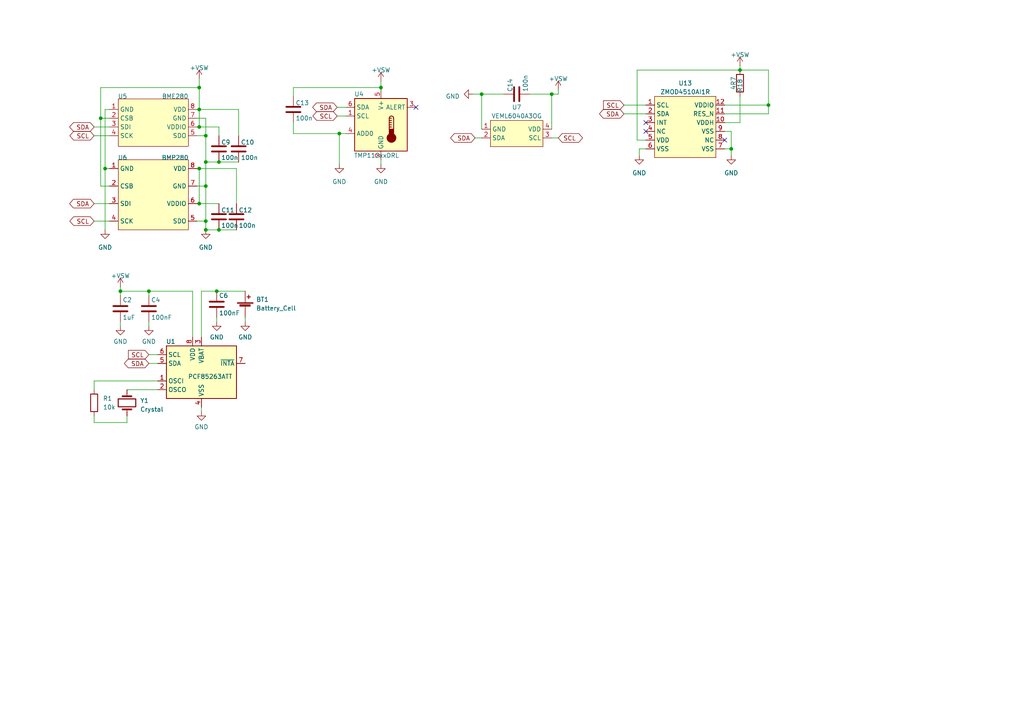
<source format=kicad_sch>
(kicad_sch (version 20230121) (generator eeschema)
  (paper "A4")
  (lib_symbols
    (symbol "Device:Battery_Cell" (pin_numbers hide) (pin_names (offset 0) hide)
      (property "Reference" "BT" (at 2.54 2.54 0))
      (property "Value" "Battery_Cell" (at 2.54 0 0))
      (symbol "Battery_Cell_0_1"
        (rectangle (start -2.286 1.778) (end 2.286 1.524) (fill (type outline)))
        (rectangle (start -1.5748 1.1938) (end 1.4732 0.6858) (fill (type outline)))
        (polyline (pts (xy 0 0.762) (xy 0 0)))
        (polyline (pts (xy 0 1.778) (xy 0 2.54)))
        (polyline (pts (xy 0.508 3.429) (xy 1.524 3.429)) (stroke (width 0.254)))
        (polyline (pts (xy 1.016 3.937) (xy 1.016 2.921)) (stroke (width 0.254)))
      )
      (symbol "Battery_Cell_1_1"
        (pin passive line (at 0 5.08 270) (length 2.54) (name "+") (number "1"))
        (pin passive line (at 0 -2.54 90) (length 2.54) (name "-") (number "2"))
      )
    )
    (symbol "Device:C" (pin_numbers hide) (pin_names (offset 0.254))
      (property "Reference" "C" (at 0.635 2.54 0))
      (property "Value" "C" (at 0.635 -2.54 0))
      (symbol "C_0_1"
        (polyline (pts (xy -2.032 -0.762) (xy 2.032 -0.762)) (stroke (width 0.508)))
        (polyline (pts (xy -2.032 0.762) (xy 2.032 0.762)) (stroke (width 0.508)))
      )
      (symbol "C_1_1"
        (pin passive line (at 0 3.81 270) (length 2.794) (name "~") (number "1"))
        (pin passive line (at 0 -3.81 90) (length 2.794) (name "~") (number "2"))
      )
    )
    (symbol "Device:Crystal" (pin_numbers hide) (pin_names (offset 1.016) hide)
      (property "Reference" "Y" (at 0 3.81 0))
      (property "Value" "Crystal" (at 0 -3.81 0))
      (symbol "Crystal_0_1"
        (rectangle (start -1.143 2.54) (end 1.143 -2.54) (stroke (width 0.3048)))
        (polyline (pts (xy -2.54 0) (xy -1.905 0)))
        (polyline (pts (xy -1.905 -1.27) (xy -1.905 1.27)) (stroke (width 0.508)))
        (polyline (pts (xy 1.905 -1.27) (xy 1.905 1.27)) (stroke (width 0.508)))
        (polyline (pts (xy 2.54 0) (xy 1.905 0)))
      )
      (symbol "Crystal_1_1"
        (pin passive line (at -3.81 0 0) (length 1.27) (name "1") (number "1"))
        (pin passive line (at 3.81 0 180) (length 1.27) (name "2") (number "2"))
      )
    )
    (symbol "Device:R" (pin_numbers hide) (pin_names (offset 0))
      (property "Reference" "R" (at 2.032 0 90))
      (property "Value" "R" (at 0 0 90))
      (symbol "R_0_1"
        (rectangle (start -1.016 -2.54) (end 1.016 2.54) (stroke (width 0.254)))
      )
      (symbol "R_1_1"
        (pin passive line (at 0 3.81 270) (length 1.27) (name "~") (number "1"))
        (pin passive line (at 0 -3.81 90) (length 1.27) (name "~") (number "2"))
      )
    )
    (symbol "Sensor_Temperature:TMP112xxDRL"
      (property "Reference" "U" (at -2.54 10.795 0))
      (property "Value" "TMP112xxDRL" (at -2.54 8.89 0))
      (symbol "TMP112xxDRL_0_1"
        (rectangle (start -7.62 7.62) (end 7.62 -7.62) (stroke (width 0.254)) (fill (type background)))
      )
      (symbol "TMP112xxDRL_1_1"
        (polyline (pts (xy 2.413 -0.635) (xy 3.048 -0.635)) (stroke (width 0.254)))
        (polyline (pts (xy 2.413 0) (xy 3.048 0)) (stroke (width 0.254)))
        (polyline (pts (xy 2.413 0.635) (xy 3.048 0.635)) (stroke (width 0.254)))
        (polyline (pts (xy 2.413 1.27) (xy 3.048 1.27)) (stroke (width 0.254)))
        (polyline (pts (xy 2.413 1.905) (xy 2.413 -1.27)) (stroke (width 0.254)))
        (polyline (pts (xy 2.413 1.905) (xy 3.048 1.905)) (stroke (width 0.254)))
        (polyline (pts (xy 3.683 1.905) (xy 3.683 -1.27)) (stroke (width 0.254)))
        (circle (center 3.048 -3.81) (radius 1.27) (stroke (width 0.254)) (fill (type outline)))
        (rectangle (start 3.683 -3.175) (end 2.413 -1.27) (stroke (width 0.254)) (fill (type outline)))
        (arc (start 3.683 1.905) (mid 3.048 2.5373) (end 2.413 1.905) (stroke (width 0.254)))
        (pin input line (at -10.16 2.54 0) (length 2.54) (name "SCL") (number "1"))
        (pin power_in line (at 0 -10.16 90) (length 2.54) (name "GND") (number "2"))
        (pin open_collector line (at 10.16 5.08 180) (length 2.54) (name "ALERT") (number "3"))
        (pin input line (at -10.16 -2.54 0) (length 2.54) (name "ADD0") (number "4"))
        (pin power_in line (at 0 10.16 270) (length 2.54) (name "V+") (number "5"))
        (pin bidirectional line (at -10.16 5.08 0) (length 2.54) (name "SDA") (number "6"))
      )
    )
    (symbol "Timer_RTC:PCF85263ATT"
      (property "Reference" "U" (at -8.89 8.89 0))
      (property "Value" "PCF85263ATT" (at 1.27 8.89 0))
      (symbol "PCF85263ATT_0_1"
        (rectangle (start -10.16 7.62) (end 10.16 -7.62) (stroke (width 0.254)) (fill (type background)))
      )
      (symbol "PCF85263ATT_1_1"
        (pin input line (at -12.7 -2.54 0) (length 2.54) (name "OSCI") (number "1"))
        (pin output line (at -12.7 -5.08 0) (length 2.54) (name "OSCO") (number "2"))
        (pin power_in line (at 0 10.16 270) (length 2.54) (name "VBAT") (number "3"))
        (pin power_in line (at 0 -10.16 90) (length 2.54) (name "VSS") (number "4"))
        (pin bidirectional line (at -12.7 2.54 0) (length 2.54) (name "SDA") (number "5"))
        (pin input line (at -12.7 5.08 0) (length 2.54) (name "SCL") (number "6"))
        (pin open_collector line (at 12.7 2.54 180) (length 2.54) (name "~{INTA}") (number "7"))
        (pin power_in line (at -2.54 10.16 270) (length 2.54) (name "VDD") (number "8"))
      )
    )
    (symbol "burgerLib:BME280"
      (property "Reference" "U?" (at 0 8.89 0))
      (property "Value" "BME280" (at 0 -8.89 0))
      (symbol "BME280_0_1"
        (rectangle (start -10.16 6.86) (end 10.16 -6.86) (fill (type background)))
        (pin unspecified line (at -12.7 3.81 0) (length 2.54) (name "GND") (number "1"))
        (pin unspecified line (at -12.7 1.27 0) (length 2.54) (name "CSB") (number "2"))
        (pin unspecified line (at -12.7 -1.27 0) (length 2.54) (name "SDI") (number "3"))
        (pin unspecified line (at -12.7 -3.81 0) (length 2.54) (name "SCK") (number "4"))
        (pin unspecified line (at 12.7 -3.81 180) (length 2.54) (name "SDO") (number "5"))
        (pin unspecified line (at 12.7 -1.27 180) (length 2.54) (name "VDDIO") (number "6"))
        (pin unspecified line (at 12.7 1.27 180) (length 2.54) (name "GND") (number "7"))
        (pin unspecified line (at 12.7 3.81 180) (length 2.54) (name "VDD") (number "8"))
      )
    )
    (symbol "burgerLib:BMP280"
      (property "Reference" "U?" (at 0 12.7 0))
      (property "Value" "BMP280" (at 0 -12.7 0))
      (symbol "BMP280_0_1"
        (rectangle (start -10.16 10.16) (end 10.16 -10.16) (fill (type background)))
        (pin unspecified line (at 12.7 7.62 180) (length 2.54) (name "GND") (number "1"))
        (pin unspecified line (at 12.7 2.54 180) (length 2.54) (name "CSB") (number "2"))
        (pin unspecified line (at 12.7 -2.54 180) (length 2.54) (name "SDI") (number "3"))
        (pin unspecified line (at 12.7 -7.62 180) (length 2.54) (name "SCK") (number "4"))
        (pin unspecified line (at -12.7 -7.62 0) (length 2.54) (name "SDO") (number "5"))
        (pin unspecified line (at -12.7 -2.54 0) (length 2.54) (name "VDDIO") (number "6"))
        (pin unspecified line (at -12.7 2.54 0) (length 2.54) (name "GND") (number "7"))
        (pin unspecified line (at -12.7 7.62 0) (length 2.54) (name "VDD") (number "8"))
      )
    )
    (symbol "burgerLib:VEML6040A3OG"
      (property "Reference" "U?" (at 0 6.35 0))
      (property "Value" "VEML6040A3OG" (at 0 -6.35 0))
      (symbol "VEML6040A3OG_0_1"
        (rectangle (start -7.62 3.81) (end 7.62 -3.81) (fill (type background)))
        (pin unspecified line (at -10.16 1.27 0) (length 2.54) (name "GND") (number "1"))
        (pin unspecified line (at -10.16 -1.27 0) (length 2.54) (name "SDA") (number "2"))
        (pin unspecified line (at 10.16 -1.27 180) (length 2.54) (name "SCL") (number "3"))
        (pin unspecified line (at 10.16 1.27 180) (length 2.54) (name "VDD") (number "4"))
      )
    )
    (symbol "burgerLib:ZMOD4510AI1R"
      (property "Reference" "U?" (at 0 11.43 0))
      (property "Value" "ZMOD4510AI1R" (at 0 -11.43 0))
      (symbol "ZMOD4510AI1R_0_1"
        (rectangle (start -8.89 8.89) (end 8.89 -8.89) (fill (type background)))
        (pin unspecified line (at -11.43 6.35 0) (length 2.54) (name "SCL") (number "1"))
        (pin unspecified line (at 11.43 1.27 180) (length 2.54) (name "VDDH") (number "10"))
        (pin unspecified line (at 11.43 3.81 180) (length 2.54) (name "RES_N") (number "11"))
        (pin unspecified line (at 11.43 6.35 180) (length 2.54) (name "VDDIO") (number "12"))
        (pin unspecified line (at -11.43 3.81 0) (length 2.54) (name "SDA") (number "2"))
        (pin unspecified line (at -11.43 1.27 0) (length 2.54) (name "INT") (number "3"))
        (pin unspecified line (at -11.43 -1.27 0) (length 2.54) (name "NC") (number "4"))
        (pin unspecified line (at -11.43 -3.81 0) (length 2.54) (name "VDD") (number "5"))
        (pin unspecified line (at -11.43 -6.35 0) (length 2.54) (name "VSS") (number "6"))
        (pin unspecified line (at 11.43 -6.35 180) (length 2.54) (name "VSS") (number "7"))
        (pin unspecified line (at 11.43 -3.81 180) (length 2.54) (name "NC") (number "8"))
        (pin unspecified line (at 11.43 -1.27 180) (length 2.54) (name "VSS") (number "9"))
      )
    )
    (symbol "power:+VSW" (power) (pin_names (offset 0))
      (property "Value" "+VSW" (at 0 3.556 0))
      (symbol "+VSW_0_1"
        (polyline (pts (xy -0.762 1.27) (xy 0 2.54)))
        (polyline (pts (xy 0 0) (xy 0 2.54)))
        (polyline (pts (xy 0 2.54) (xy 0.762 1.27)))
      )
      (symbol "+VSW_1_1"
        (pin power_in line (at 0 0 90) (length 0) hide (name "+VSW") (number "1"))
      )
    )
    (symbol "power:GND" (power) (pin_names (offset 0))
      (property "Value" "GND" (at 0 -3.81 0))
      (symbol "GND_0_1"
        (polyline (pts (xy 0 0) (xy 0 -1.27) (xy 1.27 -1.27) (xy 0 -2.54) (xy -1.27 -1.27) (xy 0 -1.27)))
      )
      (symbol "GND_1_1"
        (pin power_in line (at 0 0 270) (length 0) hide (name "GND") (number "1"))
      )
    )
  )
  (junction (at 98.425 38.735))
  (junction (at 139.7 27.305))
  (junction (at 57.785 25.4))
  (junction (at 222.885 30.48))
  (junction (at 57.785 31.75))
  (junction (at 110.49 25.4))
  (junction (at 29.21 34.29))
  (junction (at 59.69 39.37))
  (junction (at 62.865 84.455))
  (junction (at 59.69 46.99))
  (junction (at 214.63 20.32))
  (junction (at 59.69 64.135))
  (junction (at 57.785 59.055))
  (junction (at 34.925 84.455))
  (junction (at 57.785 36.83))
  (junction (at 63.5 46.99))
  (junction (at 160.02 27.305))
  (junction (at 30.48 48.895))
  (junction (at 59.69 53.975))
  (junction (at 43.18 84.455))
  (junction (at 63.5 66.675))
  (junction (at 57.785 48.895))
  (junction (at 59.69 66.675))
  (junction (at 212.09 43.18))
  (no_connect (at 187.325 35.56))
  (no_connect (at 120.65 31.115))
  (no_connect (at 187.325 38.1))
  (no_connect (at 210.185 40.64))
  (wire (pts (xy 62.865 84.455) (xy 71.12 84.455)))
  (wire (pts (xy 57.15 31.75) (xy 57.785 31.75)))
  (wire (pts (xy 43.18 105.41) (xy 45.72 105.41)))
  (wire (pts (xy 27.305 122.555) (xy 27.305 120.65)))
  (wire (pts (xy 160.02 40.005) (xy 161.925 40.005)))
  (wire (pts (xy 137.795 40.005) (xy 139.7 40.005)))
  (wire (pts (xy 71.12 92.075) (xy 71.12 93.345)))
  (wire (pts (xy 43.18 84.455) (xy 43.18 85.725)))
  (wire (pts (xy 31.75 31.75) (xy 30.48 31.75)))
  (wire (pts (xy 214.63 20.32) (xy 222.885 20.32)))
  (wire (pts (xy 180.975 30.48) (xy 187.325 30.48)))
  (wire (pts (xy 59.69 46.99) (xy 59.69 53.975)))
  (wire (pts (xy 58.42 118.11) (xy 58.42 119.38)))
  (wire (pts (xy 68.58 48.895) (xy 68.58 59.055)))
  (wire (pts (xy 59.69 64.135) (xy 57.15 64.135)))
  (wire (pts (xy 27.305 110.49) (xy 45.72 110.49)))
  (wire (pts (xy 187.325 43.18) (xy 185.42 43.18)))
  (wire (pts (xy 27.305 64.135) (xy 31.75 64.135)))
  (wire (pts (xy 110.49 25.4) (xy 110.49 26.035)))
  (wire (pts (xy 34.925 84.455) (xy 34.925 85.725)))
  (wire (pts (xy 59.69 66.675) (xy 63.5 66.675)))
  (wire (pts (xy 43.18 102.87) (xy 45.72 102.87)))
  (wire (pts (xy 69.215 31.75) (xy 69.215 39.37)))
  (wire (pts (xy 58.42 84.455) (xy 58.42 97.79)))
  (wire (pts (xy 34.925 83.185) (xy 34.925 84.455)))
  (wire (pts (xy 210.185 43.18) (xy 212.09 43.18)))
  (wire (pts (xy 27.305 113.03) (xy 27.305 110.49)))
  (wire (pts (xy 160.02 27.305) (xy 160.02 37.465)))
  (wire (pts (xy 29.21 34.29) (xy 29.21 53.975)))
  (wire (pts (xy 161.925 27.305) (xy 161.925 26.035)))
  (wire (pts (xy 55.88 84.455) (xy 55.88 97.79)))
  (wire (pts (xy 63.5 46.99) (xy 69.215 46.99)))
  (wire (pts (xy 85.09 38.735) (xy 98.425 38.735)))
  (wire (pts (xy 63.5 66.675) (xy 68.58 66.675)))
  (wire (pts (xy 57.785 22.86) (xy 57.785 25.4)))
  (wire (pts (xy 57.15 59.055) (xy 57.785 59.055)))
  (wire (pts (xy 29.21 34.29) (xy 29.21 25.4)))
  (wire (pts (xy 210.185 35.56) (xy 214.63 35.56)))
  (wire (pts (xy 57.785 36.83) (xy 63.5 36.83)))
  (wire (pts (xy 85.09 27.94) (xy 85.09 25.4)))
  (wire (pts (xy 29.21 53.975) (xy 31.75 53.975)))
  (wire (pts (xy 222.885 30.48) (xy 222.885 33.02)))
  (wire (pts (xy 139.7 27.305) (xy 146.05 27.305)))
  (wire (pts (xy 43.18 84.455) (xy 55.88 84.455)))
  (wire (pts (xy 63.5 36.83) (xy 63.5 39.37)))
  (wire (pts (xy 210.185 38.1) (xy 212.09 38.1)))
  (wire (pts (xy 34.925 93.345) (xy 34.925 94.615)))
  (wire (pts (xy 110.49 46.355) (xy 110.49 47.625)))
  (wire (pts (xy 57.15 36.83) (xy 57.785 36.83)))
  (wire (pts (xy 214.63 27.94) (xy 214.63 35.56)))
  (wire (pts (xy 36.83 113.03) (xy 45.72 113.03)))
  (wire (pts (xy 184.785 20.32) (xy 184.785 40.64)))
  (wire (pts (xy 160.02 27.305) (xy 161.925 27.305)))
  (wire (pts (xy 212.09 38.1) (xy 212.09 43.18)))
  (wire (pts (xy 59.69 46.99) (xy 63.5 46.99)))
  (wire (pts (xy 153.67 27.305) (xy 160.02 27.305)))
  (wire (pts (xy 57.15 34.29) (xy 59.69 34.29)))
  (wire (pts (xy 185.42 43.18) (xy 185.42 45.085)))
  (wire (pts (xy 222.885 20.32) (xy 222.885 30.48)))
  (wire (pts (xy 30.48 48.895) (xy 31.75 48.895)))
  (wire (pts (xy 139.7 27.305) (xy 139.7 37.465)))
  (wire (pts (xy 59.69 66.675) (xy 59.69 64.135)))
  (wire (pts (xy 57.785 59.055) (xy 63.5 59.055)))
  (wire (pts (xy 29.21 25.4) (xy 57.785 25.4)))
  (wire (pts (xy 137.16 27.305) (xy 139.7 27.305)))
  (wire (pts (xy 98.425 38.735) (xy 100.33 38.735)))
  (wire (pts (xy 57.15 39.37) (xy 59.69 39.37)))
  (wire (pts (xy 214.63 20.32) (xy 184.785 20.32)))
  (wire (pts (xy 31.75 34.29) (xy 29.21 34.29)))
  (wire (pts (xy 184.785 40.64) (xy 187.325 40.64)))
  (wire (pts (xy 57.785 25.4) (xy 57.785 31.75)))
  (wire (pts (xy 212.09 43.18) (xy 212.09 45.085)))
  (wire (pts (xy 36.83 120.65) (xy 36.83 122.555)))
  (wire (pts (xy 57.15 53.975) (xy 59.69 53.975)))
  (wire (pts (xy 210.185 30.48) (xy 222.885 30.48)))
  (wire (pts (xy 57.785 31.75) (xy 57.785 36.83)))
  (wire (pts (xy 59.69 53.975) (xy 59.69 64.135)))
  (wire (pts (xy 62.865 84.455) (xy 58.42 84.455)))
  (wire (pts (xy 27.305 59.055) (xy 31.75 59.055)))
  (wire (pts (xy 57.785 48.895) (xy 57.785 59.055)))
  (wire (pts (xy 210.185 33.02) (xy 222.885 33.02)))
  (wire (pts (xy 180.975 33.02) (xy 187.325 33.02)))
  (wire (pts (xy 27.305 39.37) (xy 31.75 39.37)))
  (wire (pts (xy 57.785 48.895) (xy 68.58 48.895)))
  (wire (pts (xy 110.49 23.495) (xy 110.49 25.4)))
  (wire (pts (xy 98.425 47.625) (xy 98.425 38.735)))
  (wire (pts (xy 43.18 93.345) (xy 43.18 94.615)))
  (wire (pts (xy 214.63 19.05) (xy 214.63 20.32)))
  (wire (pts (xy 97.79 31.115) (xy 100.33 31.115)))
  (wire (pts (xy 59.69 39.37) (xy 59.69 46.99)))
  (wire (pts (xy 57.785 31.75) (xy 69.215 31.75)))
  (wire (pts (xy 27.305 36.83) (xy 31.75 36.83)))
  (wire (pts (xy 85.09 25.4) (xy 110.49 25.4)))
  (wire (pts (xy 59.69 34.29) (xy 59.69 39.37)))
  (wire (pts (xy 36.83 122.555) (xy 27.305 122.555)))
  (wire (pts (xy 62.865 92.075) (xy 62.865 93.345)))
  (wire (pts (xy 97.79 33.655) (xy 100.33 33.655)))
  (wire (pts (xy 34.925 84.455) (xy 43.18 84.455)))
  (wire (pts (xy 30.48 31.75) (xy 30.48 48.895)))
  (wire (pts (xy 30.48 66.675) (xy 30.48 48.895)))
  (wire (pts (xy 85.09 35.56) (xy 85.09 38.735)))
  (wire (pts (xy 57.15 48.895) (xy 57.785 48.895)))
  (global_label "SCL" (shape input) (at 180.975 30.48 180) (property "Intersheetrefs" "${INTERSHEET_REFS}" (effects hide)))
  (global_label "SDA" (shape bidirectional) (at 27.305 59.055 180) (property "Intersheetrefs" "${INTERSHEET_REFS}" (effects hide)))
  (global_label "SDA" (shape bidirectional) (at 137.795 40.005 180) (property "Intersheetrefs" "${INTERSHEET_REFS}" (effects hide)))
  (global_label "SCL" (shape bidirectional) (at 27.305 39.37 180) (property "Intersheetrefs" "${INTERSHEET_REFS}" (effects hide)))
  (global_label "SDA" (shape bidirectional) (at 27.305 36.83 180) (property "Intersheetrefs" "${INTERSHEET_REFS}" (effects hide)))
  (global_label "SCL" (shape bidirectional) (at 97.79 33.655 180) (property "Intersheetrefs" "${INTERSHEET_REFS}" (effects hide)))
  (global_label "SCL" (shape bidirectional) (at 161.925 40.005 0) (property "Intersheetrefs" "${INTERSHEET_REFS}" (effects hide)))
  (global_label "SDA" (shape bidirectional) (at 97.79 31.115 180) (property "Intersheetrefs" "${INTERSHEET_REFS}" (effects hide)))
  (global_label "SCL" (shape input) (at 43.18 102.87 180) (property "Intersheetrefs" "${INTERSHEET_REFS}" (effects hide)))
  (global_label "SDA" (shape bidirectional) (at 43.18 105.41 180) (property "Intersheetrefs" "${INTERSHEET_REFS}" (effects hide)))
  (global_label "SCL" (shape bidirectional) (at 27.305 64.135 180) (property "Intersheetrefs" "${INTERSHEET_REFS}" (effects hide)))
  (global_label "SDA" (shape bidirectional) (at 180.975 33.02 180) (property "Intersheetrefs" "${INTERSHEET_REFS}" (effects hide)))
  (symbol (lib_id "power:GND") (at 43.18 94.615 0) (unit 1)
    (property "Reference" "#PWR06" (effects hide))
    (property "Value" "GND" (at 43.18 99.06 0))
    (instances (project "clackotron2000" (path "" (reference "#PWR06") (unit 1))) (project "Unisense" (path "" (reference "#PWR099") (unit 1))))
  )
  (symbol (lib_id "Device:C") (at 63.5 62.865 0) (unit 1)
    (property "Reference" "C11" (at 64.135 60.96 0) (effects (justify left)))
    (property "Value" "100n" (at 64.135 65.405 0) (effects (justify left)))
    (property "Footprint" "Capacitor_SMD:C_0603_1608Metric" (effects hide))
    (instances (project "Unisense" (path "" (reference "C11") (unit 1)) (path "" (reference "C10") (unit 1))))
  )
  (symbol (lib_id "burgerLib:ZMOD4510AI1R") (at 198.755 36.83 0) (unit 1)
    (property "Reference" "U13" (at 198.755 24.13 0))
    (property "Value" "ZMOD4510AI1R" (at 198.755 26.67 0))
    (property "Footprint" "burgerLibFP:LGA-12_L3.0-W3.0-P0.50-BL_ZMOD4410AI1V" (effects hide))
    (property "LCSC Part" "C3659397" (effects hide))
  )
  (symbol (lib_id "power:+VSW") (at 214.63 19.05 0) (unit 1)
    (property "Reference" "#PWR061" (effects hide))
    (property "Value" "+VSW" (at 214.63 15.875 0))
    (instances (project "Unisense" (path "" (reference "#PWR061") (unit 1)) (path "" (reference "#PWR0112") (unit 1))))
  )
  (symbol (lib_id "Device:C") (at 63.5 43.18 0) (unit 1)
    (property "Reference" "C9" (at 64.135 41.275 0) (effects (justify left)))
    (property "Value" "100n" (at 64.135 45.72 0) (effects (justify left)))
    (property "Footprint" "Capacitor_SMD:C_0603_1608Metric" (effects hide))
  )
  (symbol (lib_id "power:GND") (at 137.16 27.305 270) (unit 1)
    (property "Reference" "#PWR064" (effects hide))
    (property "Value" "GND" (at 133.35 27.94 90) (effects (justify right)))
    (instances (project "Unisense" (path "" (reference "#PWR064") (unit 1)) (path "" (reference "#PWR063") (unit 1))))
  )
  (symbol (lib_id "power:+VSW") (at 57.785 22.86 0) (unit 1)
    (property "Reference" "#PWR061" (effects hide))
    (property "Value" "+VSW" (at 57.785 19.685 0))
  )
  (symbol (lib_id "Timer_RTC:PCF85263ATT") (at 58.42 107.95 0) (unit 1)
    (property "Reference" "U1" (at 49.53 99.06 0))
    (property "Value" "PCF85263ATT" (at 60.96 109.22 0))
    (property "Footprint" "Package_SO:TSSOP-8_3x3mm_P0.65mm" (effects hide))
    (property "Datasheet" "https://www.nxp.com/docs/en/data-sheet/PCF85263A.pdf" (effects hide))
    (property "LCSC Part #" "C2651543" (effects hide))
    (instances (project "clackotron2000" (path "" (reference "U1") (unit 1))) (project "Unisense" (path "" (reference "U11") (unit 1))))
  )
  (symbol (lib_id "power:+VSW") (at 34.925 83.185 0) (unit 1)
    (property "Reference" "#PWR061" (effects hide))
    (property "Value" "+VSW" (at 34.925 80.01 0))
    (instances (project "Unisense" (path "" (reference "#PWR061") (unit 1)) (path "" (reference "#PWR0105") (unit 1))))
  )
  (symbol (lib_id "Device:C") (at 149.86 27.305 90) (unit 1)
    (property "Reference" "C14" (at 147.955 26.67 0) (effects (justify left)))
    (property "Value" "100n" (at 152.4 26.67 0) (effects (justify left)))
    (property "Footprint" "Capacitor_SMD:C_0603_1608Metric" (effects hide))
  )
  (symbol (lib_id "power:GND") (at 30.48 66.675 0) (unit 1)
    (property "Reference" "#PWR062" (effects hide))
    (property "Value" "GND" (at 30.48 71.755 0))
    (instances (project "Unisense" (path "" (reference "#PWR062") (unit 1)) (path "" (reference "#PWR060") (unit 1))))
  )
  (symbol (lib_id "burgerLib:VEML6040A3OG") (at 149.86 38.735 0) (unit 1)
    (property "Reference" "U7" (at 149.86 31.115 0))
    (property "Value" "VEML6040A3OG" (at 149.86 33.655 0))
    (property "Footprint" "burgerLibFP:SENSOR_SMD_VEML6040A3OG" (effects hide))
    (property "Datasheet" "https://lcsc.com/product-detail/Others_Vishay-Intertech_VEML6040A3OG_Vishay-Intertech-VEML6040A3OG_C78465.html" (effects hide))
    (property "Manufacturer" "VISHAY(威世)" (effects hide))
    (property "LCSC Part" "C78465" (effects hide))
    (property "JLC Part" "Extended Part" (effects hide))
  )
  (symbol (lib_id "Device:R") (at 27.305 116.84 0) (unit 1)
    (property "Reference" "R1" (at 29.845 115.5699 0) (effects (justify left)))
    (property "Value" "10k" (at 29.845 118.1099 0) (effects (justify left)))
    (property "Footprint" "Resistor_SMD:R_0805_2012Metric" (effects hide))
    (property "LCSC Part #" "C17414" (effects hide))
    (instances (project "clackotron2000" (path "" (reference "R1") (unit 1))) (project "Unisense" (path "" (reference "R32") (unit 1))))
  )
  (symbol (lib_id "Device:C") (at 62.865 88.265 0) (unit 1)
    (property "Reference" "C6" (at 63.5 85.725 0) (effects (justify left)))
    (property "Value" "100nF" (at 63.5 90.805 0) (effects (justify left)))
    (property "Footprint" "Capacitor_SMD:C_0805_2012Metric" (effects hide))
    (property "LCSC Part #" "C49678" (effects hide))
    (instances (project "clackotron2000" (path "" (reference "C6") (unit 1))) (project "Unisense" (path "" (reference "C20") (unit 1))))
  )
  (symbol (lib_id "Device:Crystal") (at 36.83 116.84 90) (unit 1)
    (property "Reference" "Y1" (at 40.64 116.205 90) (effects (justify right)))
    (property "Value" "Crystal" (at 40.64 118.745 90) (effects (justify right)))
    (property "Footprint" "Crystal:Crystal_SMD_3215-2Pin_3.2x1.5mm" (effects hide))
    (property "LCSC Part #" "C515342" (effects hide))
  )
  (symbol (lib_id "Device:C") (at 69.215 43.18 0) (unit 1)
    (property "Reference" "C10" (at 69.85 41.275 0) (effects (justify left)))
    (property "Value" "100n" (at 69.85 45.72 0) (effects (justify left)))
    (property "Footprint" "Capacitor_SMD:C_0603_1608Metric" (effects hide))
    (instances (project "Unisense" (path "" (reference "C10") (unit 1)) (path "" (reference "C12") (unit 1))))
  )
  (symbol (lib_id "Device:R") (at 214.63 24.13 180) (unit 1)
    (property "Reference" "R18" (at 214.63 24.765 90))
    (property "Value" "4R7" (at 212.725 24.13 90))
    (property "Footprint" "Resistor_SMD:R_0805_2012Metric_Pad1.20x1.40mm_HandSolder" (effects hide))
    (instances (project "Unisense" (path "" (reference "R18") (unit 1)) (path "" (reference "R18") (unit 1)) (path "" (reference "R38") (unit 1))))
  )
  (symbol (lib_id "power:GND") (at 58.42 119.38 0) (unit 1)
    (property "Reference" "#PWR012" (effects hide))
    (property "Value" "GND" (at 58.42 123.825 0))
    (instances (project "clackotron2000" (path "" (reference "#PWR012") (unit 1))) (project "Unisense" (path "" (reference "#PWR0100") (unit 1))))
  )
  (symbol (lib_id "power:GND") (at 62.865 93.345 0) (unit 1)
    (property "Reference" "#PWR013" (effects hide))
    (property "Value" "GND" (at 62.865 97.79 0))
    (instances (project "clackotron2000" (path "" (reference "#PWR013") (unit 1))) (project "Unisense" (path "" (reference "#PWR0101") (unit 1))))
  )
  (symbol (lib_id "power:GND") (at 34.925 94.615 0) (unit 1)
    (property "Reference" "#PWR03" (effects hide))
    (property "Value" "GND" (at 34.925 99.06 0))
    (instances (project "clackotron2000" (path "" (reference "#PWR03") (unit 1))) (project "Unisense" (path "" (reference "#PWR098") (unit 1))))
  )
  (symbol (lib_id "power:+VSW") (at 110.49 23.495 0) (unit 1)
    (property "Reference" "#PWR059" (effects hide))
    (property "Value" "+VSW" (at 110.49 20.32 0))
    (instances (project "Unisense" (path "" (reference "#PWR059") (unit 1)) (path "" (reference "#PWR058") (unit 1))))
  )
  (symbol (lib_id "Device:C") (at 43.18 89.535 0) (unit 1)
    (property "Reference" "C4" (at 43.815 86.995 0) (effects (justify left)))
    (property "Value" "100nF" (at 43.815 92.075 0) (effects (justify left)))
    (property "Footprint" "Capacitor_SMD:C_0805_2012Metric" (effects hide))
    (property "LCSC Part #" "C49678" (effects hide))
    (instances (project "clackotron2000" (path "" (reference "C4") (unit 1))) (project "Unisense" (path "" (reference "C19") (unit 1))))
  )
  (symbol (lib_id "Device:C") (at 85.09 31.75 0) (unit 1)
    (property "Reference" "C13" (at 85.725 29.845 0) (effects (justify left)))
    (property "Value" "100n" (at 85.725 34.29 0) (effects (justify left)))
    (property "Footprint" "Capacitor_SMD:C_0603_1608Metric" (effects hide))
  )
  (symbol (lib_id "Device:Battery_Cell") (at 71.12 89.535 0) (unit 1)
    (property "Reference" "BT1" (at 74.295 86.868 0) (effects (justify left)))
    (property "Value" "Battery_Cell" (at 74.295 89.408 0) (effects (justify left)))
    (property "Footprint" "JLCPCB:BAT-SMD_MYOUNG_MY-2032-04" (effects hide))
    (property "LCSC Part #" "C964837" (effects hide))
  )
  (symbol (lib_id "power:GND") (at 110.49 47.625 0) (unit 1)
    (property "Reference" "#PWR058" (effects hide))
    (property "Value" "GND" (at 110.49 52.705 0))
    (instances (project "Unisense" (path "" (reference "#PWR058") (unit 1)) (path "" (reference "#PWR059") (unit 1))))
  )
  (symbol (lib_id "power:GND") (at 98.425 47.625 0) (unit 1)
    (property "Reference" "#PWR057" (effects hide))
    (property "Value" "GND" (at 98.425 52.705 0))
  )
  (symbol (lib_id "burgerLib:BMP280") (at 44.45 56.515 0) (mirror y) (unit 1)
    (property "Reference" "U6" (at 35.56 45.72 0))
    (property "Value" "BMP280" (at 50.8 45.72 0))
    (property "Footprint" "burgerLibFP:LGA-8_L2.5-W2.0-P0.65_AMP6127" (effects hide))
    (property "Datasheet" "https://lcsc.com/product-detail/Sensors_Bosch_BMP280_BMP280_C83291.html" (effects hide))
    (property "Manufacturer" "Bosch(博世)" (effects hide))
    (property "LCSC Part" "C83291" (effects hide))
    (property "JLC Part" "Extended Part" (effects hide))
  )
  (symbol (lib_id "Device:C") (at 68.58 62.865 0) (unit 1)
    (property "Reference" "C12" (at 69.215 60.96 0) (effects (justify left)))
    (property "Value" "100n" (at 69.215 65.405 0) (effects (justify left)))
    (property "Footprint" "Capacitor_SMD:C_0603_1608Metric" (effects hide))
    (instances (project "Unisense" (path "" (reference "C12") (unit 1)) (path "" (reference "C11") (unit 1))))
  )
  (symbol (lib_id "power:GND") (at 212.09 45.085 0) (unit 1)
    (property "Reference" "#PWR057" (effects hide))
    (property "Value" "GND" (at 212.09 50.165 0))
    (instances (project "Unisense" (path "" (reference "#PWR057") (unit 1)) (path "" (reference "#PWR0113") (unit 1))))
  )
  (symbol (lib_id "power:+VSW") (at 161.925 26.035 0) (unit 1)
    (property "Reference" "#PWR063" (effects hide))
    (property "Value" "+VSW" (at 161.925 22.86 0))
    (instances (project "Unisense" (path "" (reference "#PWR063") (unit 1)) (path "" (reference "#PWR064") (unit 1))))
  )
  (symbol (lib_id "power:GND") (at 71.12 93.345 0) (unit 1)
    (property "Reference" "#PWR016" (effects hide))
    (property "Value" "GND" (at 71.12 97.79 0))
    (instances (project "clackotron2000" (path "" (reference "#PWR016") (unit 1))) (project "Unisense" (path "" (reference "#PWR0102") (unit 1))))
  )
  (symbol (lib_id "Sensor_Temperature:TMP112xxDRL") (at 110.49 36.195 0) (unit 1)
    (property "Reference" "U4" (at 104.14 27.305 0))
    (property "Value" "TMP112xxDRL" (at 109.22 45.085 0))
    (property "Footprint" "Package_TO_SOT_SMD:SOT-563" (effects hide))
    (property "Datasheet" "https://www.ti.com/lit/ds/symlink/tmp112.pdf" (effects hide))
    (property "LCSC Part" "C28927" (effects hide))
    (property "JLC Part" "Extended Part" (effects hide))
  )
  (symbol (lib_id "power:GND") (at 59.69 66.675 0) (unit 1)
    (property "Reference" "#PWR060" (effects hide))
    (property "Value" "GND" (at 59.69 71.755 0))
    (instances (project "Unisense" (path "" (reference "#PWR060") (unit 1)) (path "" (reference "#PWR062") (unit 1))))
  )
  (symbol (lib_id "power:GND") (at 185.42 45.085 0) (unit 1)
    (property "Reference" "#PWR057" (effects hide))
    (property "Value" "GND" (at 185.42 50.165 0))
    (instances (project "Unisense" (path "" (reference "#PWR057") (unit 1)) (path "" (reference "#PWR0114") (unit 1))))
  )
  (symbol (lib_id "Device:C") (at 34.925 89.535 0) (unit 1)
    (property "Reference" "C2" (at 35.56 86.995 0) (effects (justify left)))
    (property "Value" "1uF" (at 35.56 92.075 0) (effects (justify left)))
    (property "Footprint" "Capacitor_SMD:C_0805_2012Metric" (effects hide))
    (property "LCSC Part #" "C28323" (effects hide))
    (instances (project "clackotron2000" (path "" (reference "C2") (unit 1))) (project "Unisense" (path "" (reference "C18") (unit 1))))
  )
  (symbol (lib_id "burgerLib:BME280") (at 44.45 35.56 0) (unit 1)
    (property "Reference" "U5" (at 35.56 27.94 0))
    (property "Value" "BME280" (at 50.8 27.94 0))
    (property "Footprint" "burgerLibFP:LGA-8_BME280_BL" (effects hide))
    (property "Datasheet" "https://lcsc.com/product-detail/Sensors_Bosch_BME280_BME280_C92489.html" (effects hide))
    (property "Manufacturer" "Bosch(博世)" (effects hide))
    (property "LCSC Part" "C92489" (effects hide))
    (property "JLC Part" "Extended Part" (effects hide))
  )
)
</source>
